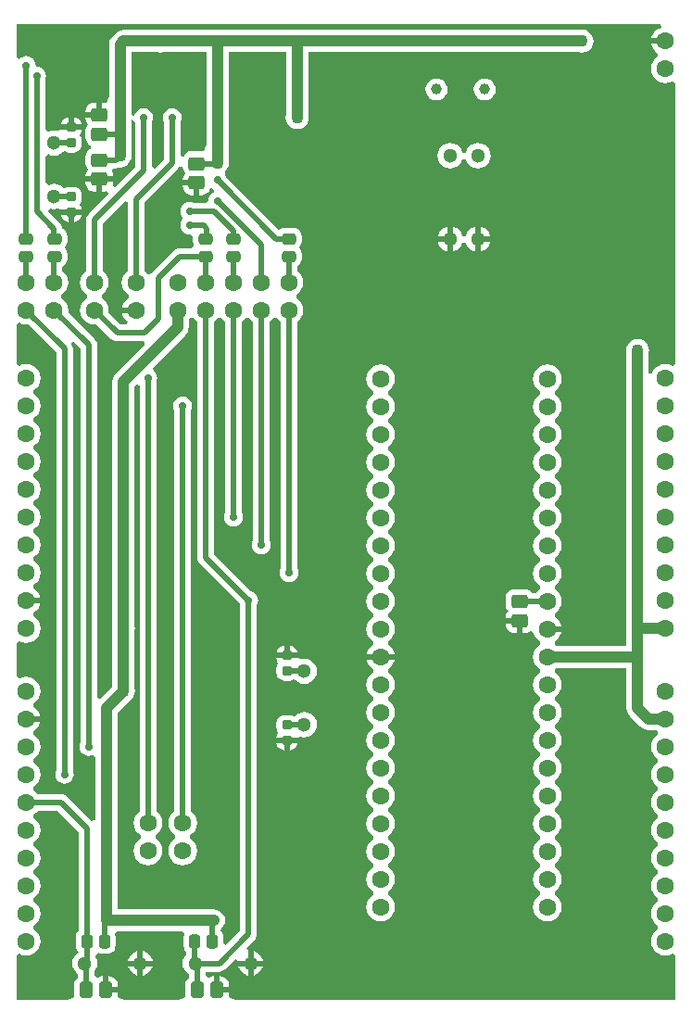
<source format=gbl>
%FSTAX43Y43*%
%MOMM*%
G71*
G01*
G75*
G04 Layer_Physical_Order=2*
G04 Layer_Color=255*
G04:AMPARAMS|DCode=10|XSize=1.3mm|YSize=1mm|CornerRadius=0.25mm|HoleSize=0mm|Usage=FLASHONLY|Rotation=270.000|XOffset=0mm|YOffset=0mm|HoleType=Round|Shape=RoundedRectangle|*
%AMROUNDEDRECTD10*
21,1,1.300,0.500,0,0,270.0*
21,1,0.800,1.000,0,0,270.0*
1,1,0.500,-0.250,-0.400*
1,1,0.500,-0.250,0.400*
1,1,0.500,0.250,0.400*
1,1,0.500,0.250,-0.400*
%
%ADD10ROUNDEDRECTD10*%
G04:AMPARAMS|DCode=11|XSize=1.5mm|YSize=1.3mm|CornerRadius=0.325mm|HoleSize=0mm|Usage=FLASHONLY|Rotation=270.000|XOffset=0mm|YOffset=0mm|HoleType=Round|Shape=RoundedRectangle|*
%AMROUNDEDRECTD11*
21,1,1.500,0.650,0,0,270.0*
21,1,0.850,1.300,0,0,270.0*
1,1,0.650,-0.325,-0.425*
1,1,0.650,-0.325,0.425*
1,1,0.650,0.325,0.425*
1,1,0.650,0.325,-0.425*
%
%ADD11ROUNDEDRECTD11*%
G04:AMPARAMS|DCode=12|XSize=1.9mm|YSize=0.5mm|CornerRadius=0.125mm|HoleSize=0mm|Usage=FLASHONLY|Rotation=0.000|XOffset=0mm|YOffset=0mm|HoleType=Round|Shape=RoundedRectangle|*
%AMROUNDEDRECTD12*
21,1,1.900,0.250,0,0,0.0*
21,1,1.650,0.500,0,0,0.0*
1,1,0.250,0.825,-0.125*
1,1,0.250,-0.825,-0.125*
1,1,0.250,-0.825,0.125*
1,1,0.250,0.825,0.125*
%
%ADD12ROUNDEDRECTD12*%
G04:AMPARAMS|DCode=13|XSize=1.9mm|YSize=0.5mm|CornerRadius=0.125mm|HoleSize=0mm|Usage=FLASHONLY|Rotation=90.000|XOffset=0mm|YOffset=0mm|HoleType=Round|Shape=RoundedRectangle|*
%AMROUNDEDRECTD13*
21,1,1.900,0.250,0,0,90.0*
21,1,1.650,0.500,0,0,90.0*
1,1,0.250,0.125,0.825*
1,1,0.250,0.125,-0.825*
1,1,0.250,-0.125,-0.825*
1,1,0.250,-0.125,0.825*
%
%ADD13ROUNDEDRECTD13*%
G04:AMPARAMS|DCode=14|XSize=1.3mm|YSize=1mm|CornerRadius=0.25mm|HoleSize=0mm|Usage=FLASHONLY|Rotation=180.000|XOffset=0mm|YOffset=0mm|HoleType=Round|Shape=RoundedRectangle|*
%AMROUNDEDRECTD14*
21,1,1.300,0.500,0,0,180.0*
21,1,0.800,1.000,0,0,180.0*
1,1,0.500,-0.400,0.250*
1,1,0.500,0.400,0.250*
1,1,0.500,0.400,-0.250*
1,1,0.500,-0.400,-0.250*
%
%ADD14ROUNDEDRECTD14*%
G04:AMPARAMS|DCode=15|XSize=1.5mm|YSize=1.3mm|CornerRadius=0.325mm|HoleSize=0mm|Usage=FLASHONLY|Rotation=0.000|XOffset=0mm|YOffset=0mm|HoleType=Round|Shape=RoundedRectangle|*
%AMROUNDEDRECTD15*
21,1,1.500,0.650,0,0,0.0*
21,1,0.850,1.300,0,0,0.0*
1,1,0.650,0.425,-0.325*
1,1,0.650,-0.425,-0.325*
1,1,0.650,-0.425,0.325*
1,1,0.650,0.425,0.325*
%
%ADD15ROUNDEDRECTD15*%
G04:AMPARAMS|DCode=16|XSize=2.65mm|YSize=1.75mm|CornerRadius=0.438mm|HoleSize=0mm|Usage=FLASHONLY|Rotation=270.000|XOffset=0mm|YOffset=0mm|HoleType=Round|Shape=RoundedRectangle|*
%AMROUNDEDRECTD16*
21,1,2.650,0.875,0,0,270.0*
21,1,1.775,1.750,0,0,270.0*
1,1,0.875,-0.438,-0.887*
1,1,0.875,-0.438,0.887*
1,1,0.875,0.438,0.887*
1,1,0.875,0.438,-0.887*
%
%ADD16ROUNDEDRECTD16*%
G04:AMPARAMS|DCode=17|XSize=0.9mm|YSize=2.7mm|CornerRadius=0.225mm|HoleSize=0mm|Usage=FLASHONLY|Rotation=270.000|XOffset=0mm|YOffset=0mm|HoleType=Round|Shape=RoundedRectangle|*
%AMROUNDEDRECTD17*
21,1,0.900,2.250,0,0,270.0*
21,1,0.450,2.700,0,0,270.0*
1,1,0.450,-1.125,-0.225*
1,1,0.450,-1.125,0.225*
1,1,0.450,1.125,0.225*
1,1,0.450,1.125,-0.225*
%
%ADD17ROUNDEDRECTD17*%
G04:AMPARAMS|DCode=18|XSize=1mm|YSize=2.8mm|CornerRadius=0.25mm|HoleSize=0mm|Usage=FLASHONLY|Rotation=270.000|XOffset=0mm|YOffset=0mm|HoleType=Round|Shape=RoundedRectangle|*
%AMROUNDEDRECTD18*
21,1,1.000,2.300,0,0,270.0*
21,1,0.500,2.800,0,0,270.0*
1,1,0.500,-1.150,-0.250*
1,1,0.500,-1.150,0.250*
1,1,0.500,1.150,0.250*
1,1,0.500,1.150,-0.250*
%
%ADD18ROUNDEDRECTD18*%
G04:AMPARAMS|DCode=19|XSize=1.5mm|YSize=1.25mm|CornerRadius=0.313mm|HoleSize=0mm|Usage=FLASHONLY|Rotation=0.000|XOffset=0mm|YOffset=0mm|HoleType=Round|Shape=RoundedRectangle|*
%AMROUNDEDRECTD19*
21,1,1.500,0.625,0,0,0.0*
21,1,0.875,1.250,0,0,0.0*
1,1,0.625,0.438,-0.313*
1,1,0.625,-0.438,-0.313*
1,1,0.625,-0.438,0.313*
1,1,0.625,0.438,0.313*
%
%ADD19ROUNDEDRECTD19*%
%ADD20O,0.500X2.250*%
G04:AMPARAMS|DCode=21|XSize=2.5mm|YSize=2mm|CornerRadius=0.5mm|HoleSize=0mm|Usage=FLASHONLY|Rotation=90.000|XOffset=0mm|YOffset=0mm|HoleType=Round|Shape=RoundedRectangle|*
%AMROUNDEDRECTD21*
21,1,2.500,1.000,0,0,90.0*
21,1,1.500,2.000,0,0,90.0*
1,1,1.000,0.500,0.750*
1,1,1.000,0.500,-0.750*
1,1,1.000,-0.500,-0.750*
1,1,1.000,-0.500,0.750*
%
%ADD21ROUNDEDRECTD21*%
%ADD22C,0.500*%
%ADD23C,1.000*%
%ADD24C,0.300*%
%ADD25C,1.600*%
%ADD26C,1.300*%
%ADD27C,1.000*%
%ADD28C,1.100*%
%ADD29C,0.700*%
G04:AMPARAMS|DCode=30|XSize=0.9mm|YSize=0.8mm|CornerRadius=0.2mm|HoleSize=0mm|Usage=FLASHONLY|Rotation=180.000|XOffset=0mm|YOffset=0mm|HoleType=Round|Shape=RoundedRectangle|*
%AMROUNDEDRECTD30*
21,1,0.900,0.400,0,0,180.0*
21,1,0.500,0.800,0,0,180.0*
1,1,0.400,-0.250,0.200*
1,1,0.400,0.250,0.200*
1,1,0.400,0.250,-0.200*
1,1,0.400,-0.250,-0.200*
%
%ADD30ROUNDEDRECTD30*%
G04:AMPARAMS|DCode=31|XSize=1.5mm|YSize=1.25mm|CornerRadius=0.313mm|HoleSize=0mm|Usage=FLASHONLY|Rotation=270.000|XOffset=0mm|YOffset=0mm|HoleType=Round|Shape=RoundedRectangle|*
%AMROUNDEDRECTD31*
21,1,1.500,0.625,0,0,270.0*
21,1,0.875,1.250,0,0,270.0*
1,1,0.625,-0.313,-0.438*
1,1,0.625,-0.313,0.438*
1,1,0.625,0.313,0.438*
1,1,0.625,0.313,-0.438*
%
%ADD31ROUNDEDRECTD31*%
G36*
X0023473Y0116716D02*
X0023812Y0116672D01*
X0024026Y01167D01*
X0026549Y0114177D01*
Y007596D01*
X0026477Y0075787D01*
X0026448Y0075565D01*
X0026477Y0075343D01*
X0026563Y0075136D01*
X0026699Y0074959D01*
X0026876Y0074823D01*
X0027083Y0074737D01*
X0027305Y0074708D01*
X0027527Y0074737D01*
X0027734Y0074823D01*
X0027911Y0074959D01*
X0028047Y0075136D01*
X0028133Y0075343D01*
X0028162Y0075565D01*
X0028133Y0075787D01*
X0028061Y007596D01*
Y011449D01*
X0028061Y0114491D01*
X0028039Y0114664D01*
X0028036Y0114686D01*
X002796Y0114869D01*
X0027916Y0114927D01*
X0028141Y0115124D01*
X0028771Y0114495D01*
Y00785D01*
X0028699Y0078327D01*
X002867Y0078105D01*
X0028699Y0077883D01*
X0028785Y0077676D01*
X0028921Y0077499D01*
X0029099Y0077363D01*
X0029306Y0077277D01*
X0029528Y0077248D01*
X0029749Y0077277D01*
X0029857Y0077321D01*
X0030106Y0077155D01*
Y0071451D01*
X0030035Y0071356D01*
X0029736Y0071334D01*
X002751Y007356D01*
X0027353Y007368D01*
X00273Y0073702D01*
X0027171Y0073756D01*
X0026975Y0073781D01*
X0024871D01*
X002474Y0073952D01*
X0024488Y0074145D01*
Y0074445D01*
X002474Y0074638D01*
X0024948Y0074909D01*
X0025079Y0075226D01*
X0025124Y0075565D01*
X0025079Y0075904D01*
X0024948Y0076221D01*
X002474Y0076492D01*
X0024488Y0076685D01*
Y0076985D01*
X002474Y0077178D01*
X0024948Y0077449D01*
X0025079Y0077766D01*
X0025124Y0078105D01*
X0025079Y0078444D01*
X0024948Y0078761D01*
X002474Y0079032D01*
X0024488Y0079225D01*
Y0079525D01*
X002474Y0079718D01*
X0024948Y0079989D01*
X0025079Y0080306D01*
X0025091Y0080395D01*
X0023812D01*
Y0080895D01*
X0025091D01*
X0025079Y0080984D01*
X0024948Y0081301D01*
X002474Y0081572D01*
X0024488Y0081765D01*
Y0082065D01*
X002474Y0082258D01*
X0024948Y0082529D01*
X0025079Y0082846D01*
X0025124Y0083185D01*
X0025079Y0083524D01*
X0024948Y0083841D01*
X002474Y0084112D01*
X0024468Y0084321D01*
X0024152Y0084452D01*
X0023812Y0084496D01*
X0023473Y0084452D01*
X0023166Y0084324D01*
X0022916Y0084491D01*
Y0087594D01*
X0023166Y0087761D01*
X0023473Y0087633D01*
X0023812Y0087589D01*
X0024152Y0087633D01*
X0024468Y0087764D01*
X002474Y0087973D01*
X0024948Y0088244D01*
X0025079Y0088561D01*
X0025124Y00889D01*
X0025079Y0089239D01*
X0024948Y0089556D01*
X002474Y0089827D01*
X0024488Y009002D01*
Y009032D01*
X002474Y0090513D01*
X0024948Y0090784D01*
X0025079Y0091101D01*
X0025091Y009119D01*
X0023812D01*
Y009169D01*
X0025091D01*
X0025079Y0091779D01*
X0024948Y0092096D01*
X002474Y0092367D01*
X0024488Y009256D01*
Y009286D01*
X002474Y0093053D01*
X0024948Y0093324D01*
X0025079Y0093641D01*
X0025124Y009398D01*
X0025079Y0094319D01*
X0024948Y0094636D01*
X002474Y0094907D01*
X0024488Y00951D01*
Y00954D01*
X002474Y0095593D01*
X0024948Y0095864D01*
X0025079Y0096181D01*
X0025124Y009652D01*
X0025079Y0096859D01*
X0024948Y0097176D01*
X002474Y0097447D01*
X0024488Y009764D01*
Y009794D01*
X002474Y0098133D01*
X0024948Y0098404D01*
X0025079Y0098721D01*
X0025124Y009906D01*
X0025079Y0099399D01*
X0024948Y0099716D01*
X002474Y0099987D01*
X0024488Y010018D01*
Y010048D01*
X002474Y0100673D01*
X0024948Y0100944D01*
X0025079Y0101261D01*
X0025124Y01016D01*
X0025079Y0101939D01*
X0024948Y0102256D01*
X002474Y0102527D01*
X0024488Y010272D01*
Y010302D01*
X002474Y0103213D01*
X0024948Y0103484D01*
X0025079Y0103801D01*
X0025124Y010414D01*
X0025079Y0104479D01*
X0024948Y0104796D01*
X002474Y0105067D01*
X0024488Y010526D01*
Y010556D01*
X002474Y0105753D01*
X0024948Y0106024D01*
X0025079Y0106341D01*
X0025124Y010668D01*
X0025079Y0107019D01*
X0024948Y0107336D01*
X002474Y0107607D01*
X0024488Y01078D01*
Y01081D01*
X002474Y0108293D01*
X0024948Y0108564D01*
X0025079Y0108881D01*
X0025124Y010922D01*
X0025079Y0109559D01*
X0024948Y0109876D01*
X002474Y0110147D01*
X0024488Y011034D01*
Y011064D01*
X002474Y0110833D01*
X0024948Y0111104D01*
X0025079Y0111421D01*
X0025124Y011176D01*
X0025079Y0112099D01*
X0024948Y0112416D01*
X002474Y0112687D01*
X0024468Y0112896D01*
X0024152Y0113027D01*
X0023812Y0113071D01*
X0023473Y0113027D01*
X0023166Y0112899D01*
X0022916Y0113066D01*
Y0116677D01*
X0023166Y0116844D01*
X0023473Y0116716D01*
D02*
G37*
G36*
X0033089Y012783D02*
Y0121581D01*
X0032918Y012145D01*
X003271Y0121179D01*
X0032579Y0120862D01*
X0032534Y0120523D01*
X0032579Y0120184D01*
X003271Y0119867D01*
X0032918Y0119596D01*
X003317Y0119403D01*
Y0119103D01*
X0032918Y011891D01*
X003271Y0118639D01*
X0032579Y0118322D01*
X0032567Y0118233D01*
X0033846D01*
Y0117733D01*
X0032567D01*
X0032579Y0117644D01*
X003271Y0117327D01*
X0032918Y0117056D01*
X0033085Y0116928D01*
X0032988Y0116644D01*
X0032444D01*
X0031319Y011777D01*
X0031347Y0117983D01*
X0031302Y0118322D01*
X0031171Y0118639D01*
X0030963Y011891D01*
X0030711Y0119103D01*
Y0119403D01*
X0030963Y0119596D01*
X0031171Y0119867D01*
X0031302Y0120184D01*
X0031347Y0120523D01*
X0031302Y0120862D01*
X0031171Y0121179D01*
X0030963Y012145D01*
X0030792Y0121581D01*
Y0125925D01*
X0032812Y0127945D01*
X0033089Y012783D01*
D02*
G37*
G36*
X0038113Y0131055D02*
X0038141Y0130843D01*
X0038223Y0130645D01*
X003834Y0130492D01*
X0038223Y013034D01*
X0038141Y0130142D01*
X0038113Y012993D01*
Y0129867D01*
X003937D01*
Y0129617D01*
X003962D01*
Y0128485D01*
X0039807D01*
X004002Y0128513D01*
X0040217Y0128595D01*
X0040387Y0128726D01*
X0040517Y0128895D01*
X0040599Y0129093D01*
X0040599Y0129093D01*
D01*
D01*
D01*
X004077Y0129108D01*
X0040991Y0128906D01*
Y0128873D01*
X0040966Y0128744D01*
X0040846Y0128695D01*
X0040669Y0128559D01*
X0040533Y0128381D01*
X0040447Y0128174D01*
X0040418Y0127952D01*
X0040246Y0127756D01*
X003913D01*
X0038957Y0127828D01*
X0038735Y0127857D01*
X0038513Y0127828D01*
X0038306Y0127742D01*
X0038129Y0127606D01*
X0037993Y0127429D01*
X0037907Y0127222D01*
X0037878Y0127D01*
X0037907Y0126778D01*
X0037993Y0126571D01*
X0038129Y0126394D01*
Y0126336D01*
X0037993Y0126159D01*
X0037907Y0125952D01*
X0037878Y012573D01*
X0037907Y0125508D01*
X0037993Y0125301D01*
X0038129Y0125124D01*
X0038306Y0124988D01*
X0038513Y0124902D01*
X0038735Y0124873D01*
X0038813Y0124883D01*
X0039039Y0124685D01*
Y0124248D01*
X0039065Y0124052D01*
X0039126Y0123904D01*
X0039065Y0123812D01*
X003886Y0123654D01*
X0037838D01*
X0037643Y0123629D01*
X003746Y0123553D01*
X0037392Y0123501D01*
X0037304Y0123433D01*
X0037304Y0123433D01*
X0035343Y0121472D01*
X0035222Y0121315D01*
X0035216Y0121299D01*
X0034918Y012126D01*
X0034773Y012145D01*
X0034602Y0121581D01*
Y012783D01*
X0037682Y013091D01*
X0037682Y013091D01*
X0037786Y0131045D01*
X0038084Y0131079D01*
X0038113Y0131055D01*
D02*
G37*
G36*
X0028606Y0070324D02*
Y0061282D01*
X0028578Y006126D01*
X0028457Y0061103D01*
X0028382Y0060921D01*
X0028356Y0060725D01*
Y0059925D01*
X0028382Y0059729D01*
X0028457Y0059547D01*
X0028578Y005939D01*
X0028606Y0059368D01*
X0028606Y0059368D01*
X0028567Y0059298D01*
X0028326Y0059113D01*
X0028142Y0058873D01*
X0028026Y0058593D01*
X0027987Y0058293D01*
X0028026Y0057993D01*
X0028142Y0057713D01*
X0028326Y0057473D01*
X0028531Y0057316D01*
Y0057001D01*
X0028396Y0056897D01*
X0028265Y0056727D01*
X0028183Y005653D01*
X0028155Y0056318D01*
Y0055443D01*
X0028183Y005523D01*
X0027588Y0054984D01*
X0022916D01*
Y0059019D01*
X0023166Y0059186D01*
X0023473Y0059058D01*
X0023812Y0059014D01*
X0024152Y0059058D01*
X0024468Y0059189D01*
X002474Y0059398D01*
X0024948Y0059669D01*
X0025079Y0059986D01*
X0025124Y0060325D01*
X0025079Y0060664D01*
X0024948Y0060981D01*
X002474Y0061252D01*
X0024488Y0061445D01*
Y0061745D01*
X002474Y0061938D01*
X0024948Y0062209D01*
X0025079Y0062526D01*
X0025124Y0062865D01*
X0025079Y0063204D01*
X0024948Y0063521D01*
X002474Y0063792D01*
X0024488Y0063985D01*
Y0064285D01*
X002474Y0064478D01*
X0024948Y0064749D01*
X0025079Y0065066D01*
X0025124Y0065405D01*
X0025079Y0065744D01*
X0024948Y0066061D01*
X002474Y0066332D01*
X0024488Y0066525D01*
Y0066825D01*
X002474Y0067018D01*
X0024948Y0067289D01*
X0025079Y0067606D01*
X0025124Y0067945D01*
X0025079Y0068284D01*
X0024948Y0068601D01*
X002474Y0068872D01*
X0024488Y0069065D01*
Y0069365D01*
X002474Y0069558D01*
X0024948Y0069829D01*
X0025079Y0070146D01*
X0025124Y0070485D01*
X0025079Y0070824D01*
X0024948Y0071141D01*
X002474Y0071412D01*
X0024488Y0071605D01*
Y0071905D01*
X002474Y0072098D01*
X0024871Y0072269D01*
X0026662D01*
X0028606Y0070324D01*
D02*
G37*
G36*
X0038245Y0060972D02*
X0038224Y0060921D01*
X0038199Y0060725D01*
Y0059925D01*
X0038224Y0059729D01*
X00383Y0059547D01*
X003842Y005939D01*
X0038449Y0059368D01*
X0038449Y0059368D01*
D01*
X0038423Y0059113D01*
X0038238Y0058873D01*
X0038123Y0058593D01*
X0038083Y0058293D01*
X0038123Y0057993D01*
X0038238Y0057713D01*
X0038423Y0057473D01*
X0038663Y0057288D01*
X0038691Y0057277D01*
Y0057001D01*
X0038556Y0056897D01*
X0038425Y0056727D01*
X0038343Y005653D01*
X0038315Y0056318D01*
Y0055443D01*
X0038343Y005523D01*
X0037748Y0054984D01*
X0032737D01*
X0032142Y005523D01*
X003217Y0055443D01*
Y005563D01*
X0031038D01*
Y005588D01*
X0030788D01*
Y0057137D01*
X0030725D01*
X0030513Y0057109D01*
X0030315Y0057027D01*
X0030313Y0057026D01*
X0030044Y0057158D01*
Y0057574D01*
X0030151Y0057713D01*
X0030267Y0057993D01*
X0030306Y0058293D01*
X0030267Y0058593D01*
X0030151Y0058873D01*
X0030119Y0058915D01*
Y0058989D01*
X0030276Y0059194D01*
X0030368Y0059256D01*
X0030517Y0059194D01*
X0030712Y0059169D01*
X0031212D01*
X0031408Y0059194D01*
X0031591Y005927D01*
X0031747Y005939D01*
X0031868Y0059547D01*
X0031943Y0059729D01*
X0031969Y0059925D01*
Y0060725D01*
X0031943Y0060921D01*
X0031922Y0060972D01*
X0032089Y0061221D01*
X0038079D01*
X0038245Y0060972D01*
D02*
G37*
G36*
X0039268Y0117056D02*
X0039439Y0116925D01*
Y0095377D01*
X0039465Y0095181D01*
X003954Y0094999D01*
X0039661Y0094842D01*
X0043318Y0091184D01*
X0043376Y0091045D01*
Y0061273D01*
X0042089Y0059986D01*
X0041811Y0060101D01*
Y0060725D01*
X0041786Y0060921D01*
X004171Y0061103D01*
X004159Y006126D01*
X0041561Y0061423D01*
X0041561Y0061423D01*
Y0061423D01*
X0041683Y0061517D01*
X0041843Y0061726D01*
X0041944Y0061969D01*
X0041979Y006223D01*
X0041944Y0062491D01*
X0041843Y0062734D01*
X0041683Y0062943D01*
X0041474Y0063104D01*
X0041231Y0063204D01*
X004097Y0063239D01*
X0032124D01*
Y008118D01*
X0033197Y0082253D01*
X0033232Y0082268D01*
X0033451Y0082436D01*
X003362Y0082655D01*
X0033725Y0082911D01*
X0033762Y0083185D01*
X0033725Y0083459D01*
X0033711Y0083494D01*
Y0088591D01*
X0033725Y0088626D01*
X0033762Y00889D01*
X0033725Y0089174D01*
X0033711Y0089209D01*
Y011101D01*
X0033961Y0111176D01*
X0034169Y011109D01*
Y0072178D01*
X0033998Y0072047D01*
X0033789Y0071776D01*
X0033658Y0071459D01*
X0033614Y007112D01*
X0033658Y0070781D01*
X0033789Y0070464D01*
X0033998Y0070193D01*
X0034249Y007D01*
Y00697D01*
X0033998Y0069507D01*
X0033789Y0069236D01*
X0033658Y0068919D01*
X0033614Y006858D01*
X0033658Y0068241D01*
X0033789Y0067924D01*
X0033998Y0067653D01*
X0034269Y0067444D01*
X0034586Y0067313D01*
X0034925Y0067269D01*
X0035264Y0067313D01*
X0035581Y0067444D01*
X0035852Y0067653D01*
X0036061Y0067924D01*
X0036192Y0068241D01*
X0036236Y006858D01*
X0036192Y0068919D01*
X0036061Y0069236D01*
X0035852Y0069507D01*
X0035601Y00697D01*
Y007D01*
X0035852Y0070193D01*
X0036061Y0070464D01*
X0036192Y0070781D01*
X0036236Y007112D01*
X0036192Y0071459D01*
X0036061Y0071776D01*
X0035852Y0072047D01*
X0035681Y0072178D01*
Y0111365D01*
X0035753Y0111538D01*
X0035782Y011176D01*
X0035753Y0111982D01*
X0035667Y0112189D01*
X0035531Y0112366D01*
X0035441Y0112436D01*
X0035421Y0112735D01*
X0038369Y0115682D01*
X0038529Y0115891D01*
X0038588Y0116034D01*
X003863Y0116134D01*
X0038664Y0116396D01*
Y0117162D01*
X0038776Y0117307D01*
X0039076D01*
X0039268Y0117056D01*
D02*
G37*
G36*
X0040266Y0133067D02*
X004002Y0132472D01*
X0039807Y01325D01*
X0038932D01*
X003872Y0132472D01*
X0038523Y013239D01*
X0038353Y0132259D01*
X0038223Y013209D01*
X0038198Y013203D01*
X0037904Y0132089D01*
Y0135178D01*
X0037976Y0135351D01*
X0038005Y0135572D01*
X0037976Y0135794D01*
X003789Y0136001D01*
X0037754Y0136179D01*
X0037576Y0136315D01*
X0037369Y0136401D01*
X0037147Y013643D01*
X0036926Y0136401D01*
X0036719Y0136315D01*
X0036541Y0136179D01*
X0036405Y0136001D01*
X0036319Y0135794D01*
X003629Y0135572D01*
X0036319Y0135351D01*
X0036391Y0135178D01*
Y0131758D01*
X0035559Y0130926D01*
X0035281Y0131041D01*
Y0135178D01*
X0035353Y0135351D01*
X0035382Y0135572D01*
X0035353Y0135794D01*
X0035267Y0136001D01*
X0035131Y0136179D01*
X0034954Y0136315D01*
X0034747Y0136401D01*
X0034525Y013643D01*
X0034303Y0136401D01*
X0034096Y0136315D01*
X0033919Y0136179D01*
X0033783Y0136001D01*
X0033697Y0135794D01*
X0033693Y0135765D01*
X0033394Y0135784D01*
Y0141549D01*
X0035734D01*
X0035768Y0141535D01*
X0036042Y0141498D01*
X0036317Y0141535D01*
X0036351Y0141549D01*
X0040266D01*
Y0133067D01*
D02*
G37*
G36*
X0081822Y0143795D02*
X0081577Y0143693D01*
X0081305Y0143485D01*
X0081097Y0143213D01*
X0080966Y0142897D01*
X0080954Y0142807D01*
X0082232D01*
Y0142307D01*
X0080954D01*
X0080966Y0142218D01*
X0081097Y0141902D01*
X0081305Y014163D01*
X0081557Y0141438D01*
Y0141137D01*
X0081305Y0140945D01*
X0081097Y0140673D01*
X0080966Y0140357D01*
X0080921Y0140018D01*
X0080966Y0139678D01*
X0081097Y0139362D01*
X0081305Y013909D01*
X0081577Y0138882D01*
X0081893Y0138751D01*
X0082232Y0138706D01*
X0082572Y0138751D01*
X0082879Y0138878D01*
X0083129Y0138712D01*
Y0113066D01*
X0082879Y0112899D01*
X0082572Y0113027D01*
X0082232Y0113071D01*
X0081893Y0113027D01*
X0081577Y0112896D01*
X0081305Y0112687D01*
X0081097Y0112416D01*
X0080995Y011217D01*
X0080701Y0112229D01*
Y0113991D01*
X0080715Y0114026D01*
X0080752Y01143D01*
X0080715Y0114574D01*
X008061Y011483D01*
X0080441Y0115049D01*
X0080222Y0115217D01*
X0079967Y0115323D01*
X0079692Y0115359D01*
X0079418Y0115323D01*
X0079163Y0115217D01*
X0078944Y0115049D01*
X0078775Y011483D01*
X007867Y0114574D01*
X0078633Y01143D01*
X007867Y0114026D01*
X0078684Y0113991D01*
Y00889D01*
X0078684Y00889D01*
X0078684D01*
Y0087321D01*
X0072259D01*
X0072113Y0087433D01*
Y0087732D01*
X0072365Y0087925D01*
X0072573Y0088197D01*
X0072704Y0088513D01*
X0072716Y0088603D01*
X0071438D01*
Y0089103D01*
X0072716D01*
X0072704Y0089192D01*
X0072573Y0089508D01*
X0072365Y008978D01*
X0072113Y0089973D01*
Y0090272D01*
X0072365Y0090465D01*
X0072573Y0090737D01*
X0072704Y0091053D01*
X0072749Y0091393D01*
X0072704Y0091732D01*
X0072573Y0092048D01*
X0072365Y009232D01*
X0072113Y0092512D01*
Y0092812D01*
X0072365Y0093005D01*
X0072573Y0093277D01*
X0072704Y0093593D01*
X0072749Y0093933D01*
X0072704Y0094272D01*
X0072573Y0094588D01*
X0072365Y009486D01*
X0072113Y0095052D01*
Y0095353D01*
X0072365Y0095545D01*
X0072573Y0095817D01*
X0072704Y0096133D01*
X0072749Y0096473D01*
X0072704Y0096812D01*
X0072573Y0097128D01*
X0072365Y00974D01*
X0072113Y0097592D01*
Y0097893D01*
X0072365Y0098085D01*
X0072573Y0098357D01*
X0072704Y0098673D01*
X0072749Y0099012D01*
X0072704Y0099352D01*
X0072573Y0099668D01*
X0072365Y009994D01*
X0072113Y0100132D01*
Y0100433D01*
X0072365Y0100625D01*
X0072573Y0100897D01*
X0072704Y0101213D01*
X0072749Y0101552D01*
X0072704Y0101892D01*
X0072573Y0102208D01*
X0072365Y010248D01*
X0072113Y0102673D01*
Y0102973D01*
X0072365Y0103165D01*
X0072573Y0103437D01*
X0072704Y0103753D01*
X0072749Y0104092D01*
X0072704Y0104432D01*
X0072573Y0104748D01*
X0072365Y010502D01*
X0072113Y0105213D01*
Y0105512D01*
X0072365Y0105705D01*
X0072573Y0105977D01*
X0072704Y0106293D01*
X0072749Y0106632D01*
X0072704Y0106972D01*
X0072573Y0107288D01*
X0072365Y010756D01*
X0072113Y0107753D01*
Y0108052D01*
X0072365Y0108245D01*
X0072573Y0108517D01*
X0072704Y0108833D01*
X0072749Y0109173D01*
X0072704Y0109512D01*
X0072573Y0109828D01*
X0072365Y01101D01*
X0072113Y0110293D01*
Y0110592D01*
X0072365Y0110785D01*
X0072573Y0111057D01*
X0072704Y0111373D01*
X0072749Y0111713D01*
X0072704Y0112052D01*
X0072573Y0112368D01*
X0072365Y011264D01*
X0072093Y0112848D01*
X0071777Y0112979D01*
X0071438Y0113024D01*
X0071098Y0112979D01*
X0070782Y0112848D01*
X007051Y011264D01*
X0070302Y0112368D01*
X0070171Y0112052D01*
X0070126Y0111713D01*
X0070171Y0111373D01*
X0070302Y0111057D01*
X007051Y0110785D01*
X0070762Y0110592D01*
Y0110293D01*
X007051Y01101D01*
X0070302Y0109828D01*
X0070171Y0109512D01*
X0070126Y0109173D01*
X0070171Y0108833D01*
X0070302Y0108517D01*
X007051Y0108245D01*
X0070762Y0108052D01*
Y0107753D01*
X007051Y010756D01*
X0070302Y0107288D01*
X0070171Y0106972D01*
X0070126Y0106632D01*
X0070171Y0106293D01*
X0070302Y0105977D01*
X007051Y0105705D01*
X0070762Y0105512D01*
Y0105213D01*
X007051Y010502D01*
X0070302Y0104748D01*
X0070171Y0104432D01*
X0070126Y0104092D01*
X0070171Y0103753D01*
X0070302Y0103437D01*
X007051Y0103165D01*
X0070762Y0102973D01*
Y0102673D01*
X007051Y010248D01*
X0070302Y0102208D01*
X0070171Y0101892D01*
X0070126Y0101552D01*
X0070171Y0101213D01*
X0070302Y0100897D01*
X007051Y0100625D01*
X0070762Y0100433D01*
Y0100132D01*
X007051Y009994D01*
X0070302Y0099668D01*
X0070171Y0099352D01*
X0070126Y0099012D01*
X0070171Y0098673D01*
X0070302Y0098357D01*
X007051Y0098085D01*
X0070762Y0097893D01*
Y0097592D01*
X007051Y00974D01*
X0070302Y0097128D01*
X0070171Y0096812D01*
X0070126Y0096473D01*
X0070171Y0096133D01*
X0070302Y0095817D01*
X007051Y0095545D01*
X0070762Y0095353D01*
Y0095052D01*
X007051Y009486D01*
X0070302Y0094588D01*
X0070171Y0094272D01*
X0070126Y0093933D01*
X0070171Y0093593D01*
X0070302Y0093277D01*
X007051Y0093005D01*
X0070762Y0092812D01*
Y0092512D01*
X007051Y009232D01*
X0070379Y0092149D01*
X0069995D01*
X0069914Y0092254D01*
X0069745Y0092385D01*
X0069547Y0092467D01*
X0069335Y0092495D01*
X006846D01*
X0068248Y0092467D01*
X006805Y0092385D01*
X0067881Y0092254D01*
X006775Y0092085D01*
X0067668Y0091887D01*
X006764Y0091675D01*
Y009105D01*
X0067668Y0090838D01*
X006775Y009064D01*
X0067867Y0090488D01*
X006775Y0090335D01*
X0067668Y0090137D01*
X006764Y0089925D01*
Y0089863D01*
X0068897D01*
Y0089613D01*
X0069147D01*
Y008848D01*
X0069335D01*
X0069547Y0088508D01*
X0069745Y008859D01*
X0069885Y0088698D01*
X0070014Y0088644D01*
X0070169Y0088525D01*
X0070171Y0088513D01*
X0070302Y0088197D01*
X007051Y0087925D01*
X0070762Y0087732D01*
Y0087433D01*
X007051Y008724D01*
X0070302Y0086968D01*
X0070171Y0086652D01*
X0070126Y0086312D01*
X0070171Y0085973D01*
X0070302Y0085657D01*
X007051Y0085385D01*
X0070762Y0085192D01*
Y0084893D01*
X007051Y00847D01*
X0070302Y0084428D01*
X0070171Y0084112D01*
X0070126Y0083772D01*
X0070171Y0083433D01*
X0070302Y0083117D01*
X007051Y0082845D01*
X0070762Y0082652D01*
Y0082353D01*
X007051Y008216D01*
X0070302Y0081888D01*
X0070171Y0081572D01*
X0070126Y0081232D01*
X0070171Y0080893D01*
X0070302Y0080577D01*
X007051Y0080305D01*
X0070762Y0080113D01*
Y0079812D01*
X007051Y007962D01*
X0070302Y0079348D01*
X0070171Y0079032D01*
X0070126Y0078692D01*
X0070171Y0078353D01*
X0070302Y0078037D01*
X007051Y0077765D01*
X0070762Y0077573D01*
Y0077272D01*
X007051Y007708D01*
X0070302Y0076808D01*
X0070171Y0076492D01*
X0070126Y0076152D01*
X0070171Y0075813D01*
X0070302Y0075497D01*
X007051Y0075225D01*
X0070762Y0075033D01*
Y0074732D01*
X007051Y007454D01*
X0070302Y0074268D01*
X0070171Y0073952D01*
X0070126Y0073613D01*
X0070171Y0073273D01*
X0070302Y0072957D01*
X007051Y0072685D01*
X0070762Y0072493D01*
Y0072192D01*
X007051Y0072D01*
X0070302Y0071728D01*
X0070171Y0071412D01*
X0070126Y0071073D01*
X0070171Y0070733D01*
X0070302Y0070417D01*
X007051Y0070145D01*
X0070762Y0069952D01*
Y0069652D01*
X007051Y006946D01*
X0070302Y0069188D01*
X0070171Y0068872D01*
X0070126Y0068533D01*
X0070171Y0068193D01*
X0070302Y0067877D01*
X007051Y0067605D01*
X0070762Y0067412D01*
Y0067113D01*
X007051Y006692D01*
X0070302Y0066648D01*
X0070171Y0066332D01*
X0070126Y0065993D01*
X0070171Y0065653D01*
X0070302Y0065337D01*
X007051Y0065065D01*
X0070762Y0064872D01*
Y0064573D01*
X007051Y006438D01*
X0070302Y0064108D01*
X0070171Y0063792D01*
X0070126Y0063452D01*
X0070171Y0063113D01*
X0070302Y0062797D01*
X007051Y0062525D01*
X0070782Y0062317D01*
X0071098Y0062186D01*
X0071438Y0062141D01*
X0071777Y0062186D01*
X0072093Y0062317D01*
X0072365Y0062525D01*
X0072573Y0062797D01*
X0072704Y0063113D01*
X0072749Y0063452D01*
X0072704Y0063792D01*
X0072573Y0064108D01*
X0072365Y006438D01*
X0072113Y0064573D01*
Y0064872D01*
X0072365Y0065065D01*
X0072573Y0065337D01*
X0072704Y0065653D01*
X0072749Y0065993D01*
X0072704Y0066332D01*
X0072573Y0066648D01*
X0072365Y006692D01*
X0072113Y0067113D01*
Y0067412D01*
X0072365Y0067605D01*
X0072573Y0067877D01*
X0072704Y0068193D01*
X0072749Y0068533D01*
X0072704Y0068872D01*
X0072573Y0069188D01*
X0072365Y006946D01*
X0072113Y0069652D01*
Y0069952D01*
X0072365Y0070145D01*
X0072573Y0070417D01*
X0072704Y0070733D01*
X0072749Y0071073D01*
X0072704Y0071412D01*
X0072573Y0071728D01*
X0072365Y0072D01*
X0072113Y0072192D01*
Y0072493D01*
X0072365Y0072685D01*
X0072573Y0072957D01*
X0072704Y0073273D01*
X0072749Y0073613D01*
X0072704Y0073952D01*
X0072573Y0074268D01*
X0072365Y007454D01*
X0072113Y0074732D01*
Y0075033D01*
X0072365Y0075225D01*
X0072573Y0075497D01*
X0072704Y0075813D01*
X0072749Y0076152D01*
X0072704Y0076492D01*
X0072573Y0076808D01*
X0072365Y007708D01*
X0072113Y0077272D01*
Y0077573D01*
X0072365Y0077765D01*
X0072573Y0078037D01*
X0072704Y0078353D01*
X0072749Y0078692D01*
X0072704Y0079032D01*
X0072573Y0079348D01*
X0072365Y007962D01*
X0072113Y0079812D01*
Y0080113D01*
X0072365Y0080305D01*
X0072573Y0080577D01*
X0072704Y0080893D01*
X0072749Y0081232D01*
X0072704Y0081572D01*
X0072573Y0081888D01*
X0072365Y008216D01*
X0072113Y0082353D01*
Y0082652D01*
X0072365Y0082845D01*
X0072573Y0083117D01*
X0072704Y0083433D01*
X0072749Y0083772D01*
X0072704Y0084112D01*
X0072573Y0084428D01*
X0072365Y00847D01*
X0072113Y0084893D01*
Y0085192D01*
X0072259Y0085304D01*
X0078684D01*
Y0081598D01*
X0078718Y0081336D01*
X0078819Y0081093D01*
X0078979Y0080884D01*
X0079932Y0079932D01*
X0080141Y0079771D01*
X0080384Y0079671D01*
X0080645Y0079636D01*
X0081411D01*
X0081557Y0079525D01*
Y0079225D01*
X0081305Y0079032D01*
X0081097Y0078761D01*
X0080966Y0078444D01*
X0080921Y0078105D01*
X0080966Y0077766D01*
X0081097Y0077449D01*
X0081305Y0077178D01*
X0081557Y0076985D01*
Y0076685D01*
X0081305Y0076492D01*
X0081097Y0076221D01*
X0080966Y0075904D01*
X0080921Y0075565D01*
X0080966Y0075226D01*
X0081097Y0074909D01*
X0081305Y0074638D01*
X0081557Y0074445D01*
Y0074145D01*
X0081305Y0073952D01*
X0081097Y0073681D01*
X0080966Y0073364D01*
X0080921Y0073025D01*
X0080966Y0072686D01*
X0081097Y0072369D01*
X0081305Y0072098D01*
X0081557Y0071905D01*
Y0071605D01*
X0081305Y0071412D01*
X0081097Y0071141D01*
X0080966Y0070824D01*
X0080921Y0070485D01*
X0080966Y0070146D01*
X0081097Y0069829D01*
X0081305Y0069558D01*
X0081557Y0069365D01*
Y0069065D01*
X0081305Y0068872D01*
X0081097Y0068601D01*
X0080966Y0068284D01*
X0080921Y0067945D01*
X0080966Y0067606D01*
X0081097Y0067289D01*
X0081305Y0067018D01*
X0081557Y0066825D01*
Y0066525D01*
X0081305Y0066332D01*
X0081097Y0066061D01*
X0080966Y0065744D01*
X0080921Y0065405D01*
X0080966Y0065066D01*
X0081097Y0064749D01*
X0081305Y0064478D01*
X0081557Y0064285D01*
Y0063985D01*
X0081305Y0063792D01*
X0081097Y0063521D01*
X0080966Y0063204D01*
X0080921Y0062865D01*
X0080966Y0062526D01*
X0081097Y0062209D01*
X0081305Y0061938D01*
X0081557Y0061745D01*
Y0061445D01*
X0081305Y0061252D01*
X0081097Y0060981D01*
X0080966Y0060664D01*
X0080921Y0060325D01*
X0080966Y0059986D01*
X0081097Y0059669D01*
X0081305Y0059398D01*
X0081577Y0059189D01*
X0081893Y0059058D01*
X0082232Y0059014D01*
X0082572Y0059058D01*
X0082879Y0059186D01*
X0083129Y0059019D01*
Y0054984D01*
X0042897D01*
X0042302Y005523D01*
X004233Y0055443D01*
Y005563D01*
X0041197D01*
Y005588D01*
X0040947D01*
Y0057137D01*
X0040885D01*
X0040673Y0057109D01*
X0040475Y0057027D01*
X0040473Y0057026D01*
X0040204Y0057158D01*
Y0057537D01*
X0041465D01*
X0041661Y0057562D01*
X0041844Y0057638D01*
X0042Y0057758D01*
X0042928Y0058686D01*
X0043197Y0058553D01*
X0043196Y0058543D01*
X0044073D01*
Y005942D01*
X0044063Y0059419D01*
X004393Y0059688D01*
X0044667Y0060425D01*
X0044667Y0060425D01*
X0044788Y0060582D01*
X0044863Y0060764D01*
X0044889Y006096D01*
Y0091045D01*
X0044961Y0091218D01*
X004499Y009144D01*
X0044961Y0091662D01*
X0044875Y0091869D01*
X0044739Y0092046D01*
X0044561Y0092182D01*
X0044388Y0092254D01*
X0040952Y009569D01*
Y0116925D01*
X0041123Y0117056D01*
X0041315Y0117307D01*
X0041616D01*
X0041808Y0117056D01*
X0041979Y0116925D01*
Y0099455D01*
X0041907Y0099282D01*
X0041878Y009906D01*
X0041907Y0098838D01*
X0041993Y0098631D01*
X0042129Y0098454D01*
X0042307Y0098318D01*
X0042514Y0098232D01*
X0042736Y0098203D01*
X0042957Y0098232D01*
X0043164Y0098318D01*
X0043342Y0098454D01*
X0043478Y0098631D01*
X0043564Y0098838D01*
X0043593Y009906D01*
X0043564Y0099282D01*
X0043492Y0099455D01*
Y0116925D01*
X0043663Y0117056D01*
X0043855Y0117307D01*
X0044155D01*
X0044348Y0117056D01*
X0044519Y0116925D01*
Y0096915D01*
X0044447Y0096742D01*
X0044418Y009652D01*
X0044447Y0096298D01*
X0044533Y0096091D01*
X0044669Y0095914D01*
X0044847Y0095778D01*
X0045054Y0095692D01*
X0045276Y0095663D01*
X0045497Y0095692D01*
X0045704Y0095778D01*
X0045882Y0095914D01*
X0046018Y0096091D01*
X0046104Y0096298D01*
X0046133Y009652D01*
X0046104Y0096742D01*
X0046032Y0096915D01*
Y0116925D01*
X0046203Y0117056D01*
X0046396Y0117307D01*
X0046695D01*
X0046888Y0117056D01*
X0047059Y0116925D01*
Y0094375D01*
X0046987Y0094202D01*
X0046958Y009398D01*
X0046987Y0093758D01*
X0047073Y0093551D01*
X0047209Y0093374D01*
X0047387Y0093238D01*
X0047594Y0093152D01*
X0047815Y0093123D01*
X0048037Y0093152D01*
X0048244Y0093238D01*
X0048422Y0093374D01*
X0048558Y0093551D01*
X0048644Y0093758D01*
X0048673Y009398D01*
X0048644Y0094202D01*
X0048572Y0094375D01*
Y0116925D01*
X0048743Y0117056D01*
X0048951Y0117327D01*
X0049082Y0117644D01*
X0049127Y0117983D01*
X0049082Y0118322D01*
X0048951Y0118639D01*
X0048743Y011891D01*
X0048491Y0119103D01*
Y0119403D01*
X0048743Y0119596D01*
X0048951Y0119867D01*
X0049082Y0120184D01*
X0049127Y0120523D01*
X0049082Y0120862D01*
X0048951Y0121179D01*
X0048743Y012145D01*
X0048572Y0121581D01*
Y0121984D01*
X0048594Y0121993D01*
X004875Y0122113D01*
X0048871Y012227D01*
X0048946Y0122452D01*
X0048972Y0122648D01*
Y0123148D01*
X0048946Y0123344D01*
X0048871Y0123526D01*
X004875Y0123683D01*
Y0123713D01*
X0048871Y012387D01*
X0048946Y0124052D01*
X0048972Y0124248D01*
Y0124748D01*
X0048946Y0124944D01*
X0048871Y0125126D01*
X004875Y0125283D01*
X0048594Y0125403D01*
X0048411Y0125479D01*
X0048215Y0125504D01*
X0047416D01*
X004722Y0125479D01*
X0047037Y0125403D01*
X0046903Y01253D01*
X0042089Y0130113D01*
X0042017Y0130286D01*
X0041951Y0130373D01*
X004199Y013067D01*
X0042024Y0130696D01*
X0042192Y0130915D01*
X0042298Y0131171D01*
X0042334Y0131445D01*
X0042298Y0131719D01*
X0042284Y0131754D01*
Y0141549D01*
X0047569D01*
Y0135881D01*
X0047555Y0135847D01*
X0047518Y0135572D01*
X0047555Y0135298D01*
X004766Y0135043D01*
X0047829Y0134824D01*
X0048048Y0134655D01*
X0048303Y013455D01*
X0048577Y0134513D01*
X0048852Y013455D01*
X0049107Y0134655D01*
X0049326Y0134824D01*
X0049495Y0135043D01*
X00496Y0135298D01*
X0049637Y0135572D01*
X00496Y0135847D01*
X0049586Y0135881D01*
Y0141549D01*
X0074304D01*
X0074338Y0141535D01*
X0074613Y0141498D01*
X0074887Y0141535D01*
X0075142Y014164D01*
X0075361Y0141809D01*
X007553Y0142028D01*
X0075635Y0142283D01*
X0075672Y0142557D01*
X0075635Y0142832D01*
X007553Y0143087D01*
X0075361Y0143306D01*
X0075142Y0143475D01*
X0074887Y014358D01*
X0074613Y0143617D01*
X0074338Y014358D01*
X0074304Y0143566D01*
X0036351D01*
X0036317Y014358D01*
X0036042Y0143617D01*
X0035768Y014358D01*
X0035734Y0143566D01*
X0032702D01*
X0032441Y0143532D01*
X0032198Y0143431D01*
X0031989Y0143271D01*
X0031672Y0142953D01*
X0031511Y0142744D01*
X0031411Y0142501D01*
X0031376Y014224D01*
X0031376Y014224D01*
X0031376D01*
X0031376Y014224D01*
X0031376D01*
Y0137512D01*
X003113Y0136917D01*
X0030917Y0136945D01*
X003073D01*
Y0135812D01*
X003048D01*
Y0135562D01*
X0029223D01*
Y01355D01*
X0029251Y0135288D01*
X0029333Y013509D01*
X002945Y0134938D01*
X0029333Y0134785D01*
X0029251Y0134587D01*
X0029223Y0134375D01*
Y013375D01*
X0029251Y0133538D01*
X0029333Y013334D01*
X0029463Y0133171D01*
X0029633Y013304D01*
X0029673Y0133024D01*
Y0132724D01*
X0029633Y0132707D01*
X0029463Y0132577D01*
X0029333Y0132407D01*
X0029251Y013221D01*
X0029223Y0131997D01*
Y0131372D01*
X0029251Y013116D01*
X0029333Y0130963D01*
X002945Y013081D01*
X0029333Y0130657D01*
X0029251Y013046D01*
X0029223Y0130247D01*
Y0130185D01*
X0031737D01*
Y0130247D01*
X0031709Y013046D01*
X0031627Y0130657D01*
X0031626Y0130659D01*
X0031758Y0130929D01*
X003199D01*
X0032186Y0130954D01*
X0032356Y0131025D01*
X0032385Y0131021D01*
X0032659Y0131057D01*
X0032915Y0131163D01*
X0033134Y0131331D01*
X0033302Y013155D01*
X0033408Y0131806D01*
X0033444Y013208D01*
X0033408Y0132354D01*
X0033394Y0132389D01*
Y0133359D01*
X0033408Y0133393D01*
X0033444Y0133667D01*
X0033408Y0133942D01*
X0033394Y0133976D01*
Y0135361D01*
X003355Y0135371D01*
X0033769Y0135166D01*
Y0131041D01*
X0031949Y0129222D01*
X00317Y0129388D01*
X0031709Y012941D01*
X0031737Y0129622D01*
Y0129685D01*
X003073D01*
Y0128803D01*
X0030917D01*
X003113Y0128831D01*
X0031152Y012884D01*
X0031318Y0128591D01*
X0029501Y0126773D01*
X002938Y0126616D01*
X0029305Y0126434D01*
X0029279Y0126238D01*
Y0121581D01*
X0029108Y012145D01*
X00289Y0121179D01*
X0028769Y0120862D01*
X0028724Y0120523D01*
X0028769Y0120184D01*
X00289Y0119867D01*
X0029108Y0119596D01*
X002936Y0119403D01*
Y0119103D01*
X0029108Y011891D01*
X00289Y0118639D01*
X0028769Y0118322D01*
X0028724Y0117983D01*
X0028769Y0117644D01*
X00289Y0117327D01*
X0029108Y0117056D01*
X002938Y0116847D01*
X0029696Y0116716D01*
X0030035Y0116672D01*
X0030249Y01167D01*
X0031596Y0115353D01*
X0031753Y0115232D01*
X0031935Y0115157D01*
X0032131Y0115131D01*
X0034573D01*
X0034624Y0115008D01*
X0034649Y0114815D01*
X0031989Y0112156D01*
X0031829Y0111947D01*
X0031728Y0111704D01*
X0031694Y0111442D01*
Y0089209D01*
X003168Y0089174D01*
X0031643Y00889D01*
X003168Y0088626D01*
X0031694Y0088591D01*
Y0083603D01*
X0030561Y008247D01*
X0030284Y0082585D01*
Y0114808D01*
X0030284Y0114808D01*
X0030271Y0114906D01*
X0030258Y0115004D01*
X0030205Y0115133D01*
X0030183Y0115186D01*
X0030062Y0115343D01*
X0027636Y011777D01*
X0027664Y0117983D01*
X0027619Y0118322D01*
X0027488Y0118639D01*
X002728Y011891D01*
X0027029Y0119103D01*
Y0119403D01*
X002728Y0119596D01*
X0027489Y0119867D01*
X002762Y0120184D01*
X0027664Y0120523D01*
X002762Y0120862D01*
X0027489Y0121179D01*
X002728Y012145D01*
X0027109Y0121582D01*
Y0121964D01*
X0027178Y0121993D01*
X0027335Y0122113D01*
X0027455Y012227D01*
X0027531Y0122452D01*
X0027556Y0122648D01*
Y0123148D01*
X0027531Y0123344D01*
X0027455Y0123526D01*
X0027335Y0123683D01*
Y0123713D01*
X0027455Y012387D01*
X0027531Y0124052D01*
X0027556Y0124248D01*
Y0124748D01*
X0027531Y0124944D01*
X0027455Y0125126D01*
X0027335Y0125283D01*
X0027178Y0125403D01*
X0027106Y0125433D01*
X0027083Y0125608D01*
X0027008Y0125791D01*
X0026887Y0125947D01*
X0026887Y0125947D01*
X0025799Y0127036D01*
X0025965Y0127286D01*
X0026052Y012725D01*
X0026353Y012721D01*
X0026653Y012725D01*
X0026735Y0127283D01*
X0026882Y0127185D01*
X0028889D01*
X0028872Y0127318D01*
X0028801Y0127488D01*
X0028689Y0127634D01*
X0028801Y0127782D01*
D01*
X0028801Y0127782D01*
X0028801D01*
X0028872Y0127952D01*
X0028896Y0128135D01*
Y0128535D01*
X0028872Y0128718D01*
X0028801Y0128888D01*
X0028689Y0129034D01*
X0028543Y0129146D01*
X0028373Y0129217D01*
X002819Y0129241D01*
X002769D01*
X0027507Y0129217D01*
X0027337Y0129146D01*
X0027311Y0129126D01*
X0027222D01*
X0027173Y012919D01*
X0026932Y0129375D01*
X0026653Y012949D01*
X0026353Y012953D01*
X0026052Y012949D01*
X0025773Y0129375D01*
X0025521Y0129702D01*
Y0131918D01*
X0025773Y0132245D01*
X0026052Y013213D01*
X0026353Y013209D01*
X0026653Y013213D01*
X0026932Y0132245D01*
X0027173Y013243D01*
X0027222Y0132494D01*
X0027311D01*
X0027337Y0132474D01*
X0027507Y0132403D01*
X002769Y0132379D01*
X002819D01*
X0028373Y0132403D01*
X0028543Y0132474D01*
X0028689Y0132586D01*
X0028801Y0132732D01*
X0028872Y0132902D01*
X0028896Y0133085D01*
Y0133485D01*
X0028872Y0133668D01*
X0028801Y0133838D01*
X0028801D01*
X0028801Y0133838D01*
D01*
X0028689Y0133986D01*
X0028689D01*
X0028689Y0133986D01*
X0028801Y0134132D01*
X0028872Y0134302D01*
X0028889Y0134435D01*
X0026882D01*
X0026735Y0134337D01*
X0026653Y013437D01*
X0026353Y013441D01*
X0026052Y013437D01*
X0025773Y0134255D01*
X0025521Y0134582D01*
Y0138988D01*
X0025593Y0139161D01*
X0025622Y0139383D01*
X0025593Y0139604D01*
X0025507Y0139811D01*
X0025371Y0139989D01*
X0025194Y0140125D01*
X0024987Y0140211D01*
X0024765Y014024D01*
X002467Y0140335D01*
X0024641Y0140557D01*
X0024555Y0140764D01*
X0024419Y0140941D01*
X0024241Y0141077D01*
X0024034Y0141163D01*
X0023812Y0141192D01*
X0023591Y0141163D01*
X0023384Y0141077D01*
X0023206Y0140941D01*
X00232Y0140933D01*
X0022916Y014103D01*
Y0144089D01*
X0081764D01*
X0081822Y0143795D01*
D02*
G37*
%LPC*%
G36*
X00657Y0139151D02*
X0065439Y0139117D01*
X0065196Y0139016D01*
X0064987Y0138856D01*
X0064826Y0138647D01*
X0064726Y0138404D01*
X0064691Y0138143D01*
X0064726Y0137881D01*
X0064826Y0137638D01*
X0064987Y0137429D01*
X0065196Y0137269D01*
X0065439Y0137168D01*
X00657Y0137134D01*
X0065961Y0137168D01*
X0066204Y0137269D01*
X0066413Y0137429D01*
X0066574Y0137638D01*
X0066674Y0137881D01*
X0066709Y0138143D01*
X0066674Y0138404D01*
X0066574Y0138647D01*
X0066413Y0138856D01*
X0066204Y0139016D01*
X0065961Y0139117D01*
X00657Y0139151D01*
D02*
G37*
G36*
X0057476Y0086062D02*
X0054919D01*
X0054931Y0085973D01*
X0055062Y0085657D01*
X005527Y0085385D01*
X0055522Y0085192D01*
Y0084893D01*
X005527Y00847D01*
X0055062Y0084428D01*
X0054931Y0084112D01*
X0054886Y0083772D01*
X0054931Y0083433D01*
X0055062Y0083117D01*
X005527Y0082845D01*
X0055522Y0082652D01*
Y0082353D01*
X005527Y008216D01*
X0055062Y0081888D01*
X0054931Y0081572D01*
X0054886Y0081232D01*
X0054931Y0080893D01*
X0055062Y0080577D01*
X005527Y0080305D01*
X0055522Y0080113D01*
Y0079812D01*
X005527Y007962D01*
X0055062Y0079348D01*
X0054931Y0079032D01*
X0054886Y0078692D01*
X0054931Y0078353D01*
X0055062Y0078037D01*
X005527Y0077765D01*
X0055522Y0077573D01*
Y0077272D01*
X005527Y007708D01*
X0055062Y0076808D01*
X0054931Y0076492D01*
X0054886Y0076152D01*
X0054931Y0075813D01*
X0055062Y0075497D01*
X005527Y0075225D01*
X0055522Y0075033D01*
Y0074732D01*
X005527Y007454D01*
X0055062Y0074268D01*
X0054931Y0073952D01*
X0054886Y0073613D01*
X0054931Y0073273D01*
X0055062Y0072957D01*
X005527Y0072685D01*
X0055522Y0072493D01*
Y0072192D01*
X005527Y0072D01*
X0055062Y0071728D01*
X0054931Y0071412D01*
X0054886Y0071073D01*
X0054931Y0070733D01*
X0055062Y0070417D01*
X005527Y0070145D01*
X0055522Y0069952D01*
Y0069652D01*
X005527Y006946D01*
X0055062Y0069188D01*
X0054931Y0068872D01*
X0054886Y0068533D01*
X0054931Y0068193D01*
X0055062Y0067877D01*
X005527Y0067605D01*
X0055522Y0067412D01*
Y0067113D01*
X005527Y006692D01*
X0055062Y0066648D01*
X0054931Y0066332D01*
X0054886Y0065993D01*
X0054931Y0065653D01*
X0055062Y0065337D01*
X005527Y0065065D01*
X0055522Y0064872D01*
Y0064573D01*
X005527Y006438D01*
X0055062Y0064108D01*
X0054931Y0063792D01*
X0054886Y0063452D01*
X0054931Y0063113D01*
X0055062Y0062797D01*
X005527Y0062525D01*
X0055542Y0062317D01*
X0055858Y0062186D01*
X0056197Y0062141D01*
X0056537Y0062186D01*
X0056853Y0062317D01*
X0057125Y0062525D01*
X0057333Y0062797D01*
X0057464Y0063113D01*
X0057509Y0063452D01*
X0057464Y0063792D01*
X0057333Y0064108D01*
X0057125Y006438D01*
X0056873Y0064573D01*
Y0064872D01*
X0057125Y0065065D01*
X0057333Y0065337D01*
X0057464Y0065653D01*
X0057509Y0065993D01*
X0057464Y0066332D01*
X0057333Y0066648D01*
X0057125Y006692D01*
X0056873Y0067113D01*
Y0067412D01*
X0057125Y0067605D01*
X0057333Y0067877D01*
X0057464Y0068193D01*
X0057509Y0068533D01*
X0057464Y0068872D01*
X0057333Y0069188D01*
X0057125Y006946D01*
X0056873Y0069652D01*
Y0069952D01*
X0057125Y0070145D01*
X0057333Y0070417D01*
X0057464Y0070733D01*
X0057509Y0071073D01*
X0057464Y0071412D01*
X0057333Y0071728D01*
X0057125Y0072D01*
X0056873Y0072192D01*
Y0072493D01*
X0057125Y0072685D01*
X0057333Y0072957D01*
X0057464Y0073273D01*
X0057509Y0073613D01*
X0057464Y0073952D01*
X0057333Y0074268D01*
X0057125Y007454D01*
X0056873Y0074732D01*
Y0075033D01*
X0057125Y0075225D01*
X0057333Y0075497D01*
X0057464Y0075813D01*
X0057509Y0076152D01*
X0057464Y0076492D01*
X0057333Y0076808D01*
X0057125Y007708D01*
X0056873Y0077272D01*
Y0077573D01*
X0057125Y0077765D01*
X0057333Y0078037D01*
X0057464Y0078353D01*
X0057509Y0078692D01*
X0057464Y0079032D01*
X0057333Y0079348D01*
X0057125Y007962D01*
X0056873Y0079812D01*
Y0080113D01*
X0057125Y0080305D01*
X0057333Y0080577D01*
X0057464Y0080893D01*
X0057509Y0081232D01*
X0057464Y0081572D01*
X0057333Y0081888D01*
X0057125Y008216D01*
X0056873Y0082353D01*
Y0082652D01*
X0057125Y0082845D01*
X0057333Y0083117D01*
X0057464Y0083433D01*
X0057509Y0083772D01*
X0057464Y0084112D01*
X0057333Y0084428D01*
X0057125Y00847D01*
X0056873Y0084893D01*
Y0085192D01*
X0057125Y0085385D01*
X0057333Y0085657D01*
X0057464Y0085973D01*
X0057476Y0086062D01*
D02*
G37*
G36*
X00381Y0110077D02*
X0037878Y0110048D01*
X0037671Y0109962D01*
X0037494Y0109826D01*
X0037358Y0109649D01*
X0037272Y0109442D01*
X0037243Y010922D01*
X0037272Y0108998D01*
X0037344Y0108825D01*
Y0072178D01*
X0037173Y0072047D01*
X0036964Y0071776D01*
X0036833Y0071459D01*
X0036789Y007112D01*
X0036833Y0070781D01*
X0036964Y0070464D01*
X0037173Y0070193D01*
X0037424Y007D01*
Y00697D01*
X0037173Y0069507D01*
X0036964Y0069236D01*
X0036833Y0068919D01*
X0036789Y006858D01*
X0036833Y0068241D01*
X0036964Y0067924D01*
X0037173Y0067653D01*
X0037444Y0067444D01*
X0037761Y0067313D01*
X00381Y0067269D01*
X0038439Y0067313D01*
X0038756Y0067444D01*
X0039027Y0067653D01*
X0039236Y0067924D01*
X0039367Y0068241D01*
X0039411Y006858D01*
X0039367Y0068919D01*
X0039236Y0069236D01*
X0039027Y0069507D01*
X0038776Y00697D01*
Y007D01*
X0039027Y0070193D01*
X0039236Y0070464D01*
X0039367Y0070781D01*
X0039411Y007112D01*
X0039367Y0071459D01*
X0039236Y0071776D01*
X0039027Y0072047D01*
X0038856Y0072178D01*
Y0108825D01*
X0038928Y0108998D01*
X0038957Y010922D01*
X0038928Y0109442D01*
X0038842Y0109649D01*
X0038706Y0109826D01*
X0038529Y0109962D01*
X0038322Y0110048D01*
X00381Y0110077D01*
D02*
G37*
G36*
X0049213Y008127D02*
X0048912Y008123D01*
X0048633Y0081115D01*
X0048392Y008093D01*
X0048343Y0080866D01*
X0048254D01*
X0048228Y0080886D01*
X0048058Y0080957D01*
X0047875Y0080981D01*
X0047375D01*
X0047192Y0080957D01*
X0047022Y0080886D01*
X0046876Y0080774D01*
X0046764Y0080628D01*
X0046693Y0080458D01*
X0046669Y0080275D01*
Y0079875D01*
X0046693Y0079692D01*
X0046764Y0079522D01*
X0046764D01*
X0046764Y0079522D01*
D01*
X0046876Y0079374D01*
X0046764Y0079228D01*
X0046693Y0079058D01*
X0046676Y0078925D01*
X0048683D01*
X004883Y0079023D01*
X0048912Y007899D01*
X0049213Y007895D01*
X0049513Y007899D01*
X0049792Y0079105D01*
X0050033Y007929D01*
X0050217Y007953D01*
X0050333Y007981D01*
X0050372Y008011D01*
X0050333Y008041D01*
X0050217Y008069D01*
X0050033Y008093D01*
X0049792Y0081115D01*
X0049513Y008123D01*
X0049213Y008127D01*
D02*
G37*
G36*
X0048683Y0086175D02*
X0046676D01*
X0046693Y0086042D01*
X0046764Y0085872D01*
X0046876Y0085726D01*
X0046876Y0085726D01*
X0046764Y0085578D01*
D01*
X0046764Y0085578D01*
X0046764D01*
X0046693Y0085408D01*
X0046669Y0085225D01*
Y0084825D01*
X0046693Y0084642D01*
X0046764Y0084472D01*
X0046876Y0084326D01*
X0047022Y0084214D01*
X0047192Y0084143D01*
X0047375Y0084119D01*
X0047875D01*
X0048058Y0084143D01*
X0048228Y0084214D01*
X0048254Y0084234D01*
X0048343D01*
X0048392Y008417D01*
X0048633Y0083985D01*
X0048912Y008387D01*
X0049213Y008383D01*
X0049513Y008387D01*
X0049792Y0083985D01*
X0050033Y008417D01*
X0050217Y008441D01*
X0050333Y008469D01*
X0050372Y008499D01*
X0050333Y008529D01*
X0050217Y008557D01*
X0050033Y008581D01*
X0049792Y0085995D01*
X0049513Y008611D01*
X0049213Y008615D01*
X0048912Y008611D01*
X004883Y0086077D01*
X0048683Y0086175D01*
D02*
G37*
G36*
X0047375Y0078425D02*
X0046676D01*
X0046693Y0078292D01*
X0046764Y0078122D01*
X0046876Y0077976D01*
X0047022Y0077864D01*
X0047192Y0077793D01*
X0047375Y0077769D01*
Y0078425D01*
D02*
G37*
G36*
X0048574D02*
X0047875D01*
Y0077769D01*
X0048058Y0077793D01*
X0048228Y0077864D01*
X0048374Y0077976D01*
X0048486Y0078122D01*
X0048557Y0078292D01*
X0048574Y0078425D01*
D02*
G37*
G36*
X0033977Y0058043D02*
X0033099D01*
X0033106Y0057993D01*
X0033222Y0057713D01*
X0033406Y0057473D01*
X0033647Y0057288D01*
X0033926Y0057173D01*
X0033977Y0057166D01*
Y0058043D01*
D02*
G37*
G36*
X0035354D02*
X0034477D01*
Y0057166D01*
X0034527Y0057173D01*
X0034806Y0057288D01*
X0035047Y0057473D01*
X0035231Y0057713D01*
X0035347Y0057993D01*
X0035354Y0058043D01*
D02*
G37*
G36*
X003135Y0057137D02*
X0031288D01*
Y005613D01*
X003217D01*
Y0056318D01*
X0032142Y005653D01*
X003206Y0056727D01*
X0031929Y0056897D01*
X003176Y0057027D01*
X0031562Y0057109D01*
X003135Y0057137D01*
D02*
G37*
G36*
X004151D02*
X0041447D01*
Y005613D01*
X004233D01*
Y0056318D01*
X0042302Y005653D01*
X004222Y0056727D01*
X0042089Y0056897D01*
X004192Y0057027D01*
X0041722Y0057109D01*
X004151Y0057137D01*
D02*
G37*
G36*
X0044073Y0058043D02*
X0043196D01*
X0043203Y0057993D01*
X0043318Y0057713D01*
X0043503Y0057473D01*
X0043743Y0057288D01*
X0044023Y0057173D01*
X0044073Y0057166D01*
Y0058043D01*
D02*
G37*
G36*
X0034477Y005942D02*
Y0058543D01*
X0035354D01*
X0035347Y0058593D01*
X0035231Y0058873D01*
X0035047Y0059113D01*
X0034806Y0059298D01*
X0034527Y0059413D01*
X0034477Y005942D01*
D02*
G37*
G36*
X0044573D02*
Y0058543D01*
X004545D01*
X0045443Y0058593D01*
X0045328Y0058873D01*
X0045143Y0059113D01*
X0044903Y0059298D01*
X0044623Y0059413D01*
X0044573Y005942D01*
D02*
G37*
G36*
X004545Y0058043D02*
X0044573D01*
Y0057166D01*
X0044623Y0057173D01*
X0044903Y0057288D01*
X0045143Y0057473D01*
X0045328Y0057713D01*
X0045443Y0057993D01*
X004545Y0058043D01*
D02*
G37*
G36*
X0033977Y005942D02*
X0033926Y0059413D01*
X0033647Y0059298D01*
X0033406Y0059113D01*
X0033222Y0058873D01*
X0033106Y0058593D01*
X0033099Y0058543D01*
X0033977D01*
Y005942D01*
D02*
G37*
G36*
X002769Y0126685D02*
X0026991D01*
X0027008Y0126552D01*
X0027079Y0126382D01*
X0027191Y0126236D01*
X0027337Y0126124D01*
X0027507Y0126053D01*
X002769Y0126029D01*
Y0126685D01*
D02*
G37*
G36*
X0028889D02*
X002819D01*
Y0126029D01*
X0028373Y0126053D01*
X0028543Y0126124D01*
X0028689Y0126236D01*
X0028801Y0126382D01*
X0028872Y0126552D01*
X0028889Y0126685D01*
D02*
G37*
G36*
X0065338Y0125587D02*
Y012471D01*
X0066215D01*
X0066208Y012476D01*
X0066092Y012504D01*
X0065908Y012528D01*
X0065667Y0125465D01*
X0065388Y012558D01*
X0065338Y0125587D01*
D02*
G37*
G36*
X0064838D02*
X0064787Y012558D01*
X0064508Y0125465D01*
X0064267Y012528D01*
X0064083Y012504D01*
X0063967Y0124761D01*
X0063667D01*
X0063552Y012504D01*
X0063368Y012528D01*
X0063127Y0125465D01*
X0062848Y012558D01*
X0062798Y0125587D01*
Y012446D01*
Y0123333D01*
X0062848Y012334D01*
X0063127Y0123455D01*
X0063368Y012364D01*
X0063552Y012388D01*
X0063667Y0124159D01*
X0063967D01*
X0064083Y012388D01*
X0064267Y012364D01*
X0064508Y0123455D01*
X0064787Y012334D01*
X0064838Y0123333D01*
Y012446D01*
Y0125587D01*
D02*
G37*
G36*
X002819Y0135591D02*
Y0134935D01*
X0028889D01*
X0028872Y0135068D01*
X0028801Y0135238D01*
X0028689Y0135384D01*
X0028543Y0135496D01*
X0028373Y0135567D01*
X002819Y0135591D01*
D02*
G37*
G36*
X0065088Y013324D02*
X0064787Y01332D01*
X0064508Y0133085D01*
X0064267Y01329D01*
X0064083Y013266D01*
X0063967Y0132381D01*
X0063667D01*
X0063552Y013266D01*
X0063368Y01329D01*
X0063127Y0133085D01*
X0062848Y01332D01*
X0062548Y013324D01*
X0062247Y01332D01*
X0061968Y0133085D01*
X0061727Y01329D01*
X0061543Y013266D01*
X0061427Y013238D01*
X0061388Y013208D01*
X0061427Y013178D01*
X0061543Y01315D01*
X0061727Y013126D01*
X0061968Y0131075D01*
X0062247Y013096D01*
X0062548Y013092D01*
X0062848Y013096D01*
X0063127Y0131075D01*
X0063368Y013126D01*
X0063552Y01315D01*
X0063667Y0131779D01*
X0063967D01*
X0064083Y01315D01*
X0064267Y013126D01*
X0064508Y0131075D01*
X0064787Y013096D01*
X0065088Y013092D01*
X0065388Y013096D01*
X0065667Y0131075D01*
X0065908Y013126D01*
X0066092Y01315D01*
X0066208Y013178D01*
X0066247Y013208D01*
X0066208Y013238D01*
X0066092Y013266D01*
X0065908Y01329D01*
X0065667Y0133085D01*
X0065388Y01332D01*
X0065088Y013324D01*
D02*
G37*
G36*
X002769Y0135591D02*
X0027507Y0135567D01*
X0027337Y0135496D01*
X0027191Y0135384D01*
X0027079Y0135238D01*
X0027008Y0135068D01*
X0026991Y0134935D01*
X002769D01*
Y0135591D01*
D02*
G37*
G36*
X003912Y0129367D02*
X0038113D01*
Y0129305D01*
X0038141Y0129093D01*
X0038223Y0128895D01*
X0038353Y0128726D01*
X0038523Y0128595D01*
X003872Y0128513D01*
X0038932Y0128485D01*
X003912D01*
Y0129367D01*
D02*
G37*
G36*
X003023Y0129685D02*
X0029223D01*
Y0129622D01*
X0029251Y012941D01*
X0029333Y0129213D01*
X0029463Y0129043D01*
X0029633Y0128913D01*
X002983Y0128831D01*
X0030042Y0128803D01*
X003023D01*
Y0129685D01*
D02*
G37*
G36*
X0047875Y0087331D02*
Y0086675D01*
X0048574D01*
X0048557Y0086808D01*
X0048486Y0086978D01*
X0048374Y0087124D01*
X0048228Y0087236D01*
X0048058Y0087307D01*
X0047875Y0087331D01*
D02*
G37*
G36*
X00613Y0139151D02*
X0061039Y0139117D01*
X0060796Y0139016D01*
X0060587Y0138856D01*
X0060426Y0138647D01*
X0060326Y0138404D01*
X0060291Y0138143D01*
X0060326Y0137881D01*
X0060426Y0137638D01*
X0060587Y0137429D01*
X0060796Y0137269D01*
X0061039Y0137168D01*
X00613Y0137134D01*
X0061561Y0137168D01*
X0061804Y0137269D01*
X0062013Y0137429D01*
X0062174Y0137638D01*
X0062274Y0137881D01*
X0062309Y0138143D01*
X0062274Y0138404D01*
X0062174Y0138647D01*
X0062013Y0138856D01*
X0061804Y0139016D01*
X0061561Y0139117D01*
X00613Y0139151D01*
D02*
G37*
G36*
X0056197Y0113024D02*
X0055858Y0112979D01*
X0055542Y0112848D01*
X005527Y011264D01*
X0055062Y0112368D01*
X0054931Y0112052D01*
X0054886Y0111713D01*
X0054931Y0111373D01*
X0055062Y0111057D01*
X005527Y0110785D01*
X0055522Y0110592D01*
Y0110293D01*
X005527Y01101D01*
X0055062Y0109828D01*
X0054931Y0109512D01*
X0054886Y0109173D01*
X0054931Y0108833D01*
X0055062Y0108517D01*
X005527Y0108245D01*
X0055522Y0108052D01*
Y0107753D01*
X005527Y010756D01*
X0055062Y0107288D01*
X0054931Y0106972D01*
X0054886Y0106632D01*
X0054931Y0106293D01*
X0055062Y0105977D01*
X005527Y0105705D01*
X0055522Y0105512D01*
Y0105213D01*
X005527Y010502D01*
X0055062Y0104748D01*
X0054931Y0104432D01*
X0054886Y0104092D01*
X0054931Y0103753D01*
X0055062Y0103437D01*
X005527Y0103165D01*
X0055522Y0102973D01*
Y0102673D01*
X005527Y010248D01*
X0055062Y0102208D01*
X0054931Y0101892D01*
X0054886Y0101552D01*
X0054931Y0101213D01*
X0055062Y0100897D01*
X005527Y0100625D01*
X0055522Y0100433D01*
Y0100132D01*
X005527Y009994D01*
X0055062Y0099668D01*
X0054931Y0099352D01*
X0054886Y0099012D01*
X0054931Y0098673D01*
X0055062Y0098357D01*
X005527Y0098085D01*
X0055522Y0097893D01*
Y0097592D01*
X005527Y00974D01*
X0055062Y0097128D01*
X0054931Y0096812D01*
X0054886Y0096473D01*
X0054931Y0096133D01*
X0055062Y0095817D01*
X005527Y0095545D01*
X0055522Y0095353D01*
Y0095052D01*
X005527Y009486D01*
X0055062Y0094588D01*
X0054931Y0094272D01*
X0054886Y0093933D01*
X0054931Y0093593D01*
X0055062Y0093277D01*
X005527Y0093005D01*
X0055522Y0092812D01*
Y0092512D01*
X005527Y009232D01*
X0055062Y0092048D01*
X0054931Y0091732D01*
X0054886Y0091393D01*
X0054931Y0091053D01*
X0055062Y0090737D01*
X005527Y0090465D01*
X0055522Y0090272D01*
Y0089973D01*
X005527Y008978D01*
X0055062Y0089508D01*
X0054931Y0089192D01*
X0054886Y0088853D01*
X0054931Y0088513D01*
X0055062Y0088197D01*
X005527Y0087925D01*
X0055522Y0087732D01*
Y0087433D01*
X005527Y008724D01*
X0055062Y0086968D01*
X0054931Y0086652D01*
X0054919Y0086562D01*
X0057476D01*
X0057464Y0086652D01*
X0057333Y0086968D01*
X0057125Y008724D01*
X0056873Y0087433D01*
Y0087732D01*
X0057125Y0087925D01*
X0057333Y0088197D01*
X0057464Y0088513D01*
X0057509Y0088853D01*
X0057464Y0089192D01*
X0057333Y0089508D01*
X0057125Y008978D01*
X0056873Y0089973D01*
Y0090272D01*
X0057125Y0090465D01*
X0057333Y0090737D01*
X0057464Y0091053D01*
X0057509Y0091393D01*
X0057464Y0091732D01*
X0057333Y0092048D01*
X0057125Y009232D01*
X0056873Y0092512D01*
Y0092812D01*
X0057125Y0093005D01*
X0057333Y0093277D01*
X0057464Y0093593D01*
X0057509Y0093933D01*
X0057464Y0094272D01*
X0057333Y0094588D01*
X0057125Y009486D01*
X0056873Y0095052D01*
Y0095353D01*
X0057125Y0095545D01*
X0057333Y0095817D01*
X0057464Y0096133D01*
X0057509Y0096473D01*
X0057464Y0096812D01*
X0057333Y0097128D01*
X0057125Y00974D01*
X0056873Y0097592D01*
Y0097893D01*
X0057125Y0098085D01*
X0057333Y0098357D01*
X0057464Y0098673D01*
X0057509Y0099012D01*
X0057464Y0099352D01*
X0057333Y0099668D01*
X0057125Y009994D01*
X0056873Y0100132D01*
Y0100433D01*
X0057125Y0100625D01*
X0057333Y0100897D01*
X0057464Y0101213D01*
X0057509Y0101552D01*
X0057464Y0101892D01*
X0057333Y0102208D01*
X0057125Y010248D01*
X0056873Y0102673D01*
Y0102973D01*
X0057125Y0103165D01*
X0057333Y0103437D01*
X0057464Y0103753D01*
X0057509Y0104092D01*
X0057464Y0104432D01*
X0057333Y0104748D01*
X0057125Y010502D01*
X0056873Y0105213D01*
Y0105512D01*
X0057125Y0105705D01*
X0057333Y0105977D01*
X0057464Y0106293D01*
X0057509Y0106632D01*
X0057464Y0106972D01*
X0057333Y0107288D01*
X0057125Y010756D01*
X0056873Y0107753D01*
Y0108052D01*
X0057125Y0108245D01*
X0057333Y0108517D01*
X0057464Y0108833D01*
X0057509Y0109173D01*
X0057464Y0109512D01*
X0057333Y0109828D01*
X0057125Y01101D01*
X0056873Y0110293D01*
Y0110592D01*
X0057125Y0110785D01*
X0057333Y0111057D01*
X0057464Y0111373D01*
X0057509Y0111713D01*
X0057464Y0112052D01*
X0057333Y0112368D01*
X0057125Y011264D01*
X0056853Y0112848D01*
X0056537Y0112979D01*
X0056197Y0113024D01*
D02*
G37*
G36*
X0047375Y0087331D02*
X0047192Y0087307D01*
X0047022Y0087236D01*
X0046876Y0087124D01*
X0046764Y0086978D01*
X0046693Y0086808D01*
X0046676Y0086675D01*
X0047375D01*
Y0087331D01*
D02*
G37*
G36*
X0068647Y0089363D02*
X006764D01*
Y00893D01*
X0067668Y0089088D01*
X006775Y008889D01*
X0067881Y0088721D01*
X006805Y008859D01*
X0068248Y0088508D01*
X006846Y008848D01*
X0068647D01*
Y0089363D01*
D02*
G37*
G36*
X0066215Y012421D02*
X0065338D01*
Y0123333D01*
X0065388Y012334D01*
X0065667Y0123455D01*
X0065908Y012364D01*
X0066092Y012388D01*
X0066208Y012416D01*
X0066215Y012421D01*
D02*
G37*
G36*
X0062298Y0125587D02*
X0062247Y012558D01*
X0061968Y0125465D01*
X0061727Y012528D01*
X0061543Y012504D01*
X0061427Y012476D01*
X006142Y012471D01*
X0062298D01*
Y0125587D01*
D02*
G37*
G36*
X003023Y0136945D02*
X0030042D01*
X002983Y0136917D01*
X0029633Y0136835D01*
X0029463Y0136704D01*
X0029333Y0136535D01*
X0029251Y0136337D01*
X0029223Y0136125D01*
Y0136062D01*
X003023D01*
Y0136945D01*
D02*
G37*
G36*
X0062298Y012421D02*
X006142D01*
X0061427Y012416D01*
X0061543Y012388D01*
X0061727Y012364D01*
X0061968Y0123455D01*
X0062247Y012334D01*
X0062298Y0123333D01*
Y012421D01*
D02*
G37*
%LPD*%
D10*
X0029362Y0060325D02*
D03*
X0030962D02*
D03*
X0039205D02*
D03*
X0040805D02*
D03*
D14*
X00238Y0124498D02*
D03*
Y0122898D02*
D03*
X00264Y0124498D02*
D03*
Y0122898D02*
D03*
X0040195D02*
D03*
Y0124498D02*
D03*
X0042736Y0122898D02*
D03*
Y0124498D02*
D03*
X0047815Y0122898D02*
D03*
Y0124498D02*
D03*
D19*
X003048Y0131685D02*
D03*
Y0129935D02*
D03*
Y0134062D02*
D03*
Y0135812D02*
D03*
X003937Y0131367D02*
D03*
Y0129617D02*
D03*
X0068897Y0089613D02*
D03*
Y0091363D02*
D03*
D22*
X0037838Y0122898D02*
X0040195D01*
X0035877Y0117158D02*
Y0120937D01*
X0037838Y0122898D01*
X0029362Y0060325D02*
Y0070637D01*
X0026975Y0073025D02*
X0029362Y0070637D01*
X0023812Y0073025D02*
X0026975D01*
X0024765Y0127D02*
Y0139383D01*
Y0127D02*
X0026353Y0125412D01*
X0034525Y0130727D02*
Y0135572D01*
X0030035Y0126238D02*
X0034525Y0130727D01*
X0030035Y0120523D02*
Y0126238D01*
X0037147Y0131445D02*
Y0135572D01*
X0033846Y0128143D02*
X0037147Y0131445D01*
X0033846Y0120523D02*
Y0128143D01*
X0027305Y0075565D02*
Y0114491D01*
X0029528Y0078105D02*
Y0114808D01*
X0023812Y0117983D02*
X0027305Y0114491D01*
X0026353Y0117983D02*
X0029528Y0114808D01*
X0040195Y0095377D02*
X0044132Y009144D01*
X0040195Y0095377D02*
Y0117983D01*
X0044132Y006096D02*
Y009144D01*
X00381Y007112D02*
Y010922D01*
X0042736Y009906D02*
Y0117983D01*
X0045276Y009652D02*
Y0117983D01*
X0047815Y009398D02*
Y0117983D01*
X0034925Y007112D02*
Y011176D01*
X0034607Y0115887D02*
X0035877Y0117158D01*
X0032131Y0115887D02*
X0034607D01*
X0040805Y0062395D02*
X004097Y006223D01*
X0040805Y0060325D02*
Y0062395D01*
X0030962Y0060325D02*
Y0062065D01*
X0041465Y0058293D02*
X0044132Y006096D01*
X0039243Y0058293D02*
X0041465D01*
X0039205Y0058331D02*
X0039243Y0058293D01*
X0039205Y0058331D02*
Y0060325D01*
X0039243Y0058293D02*
X0039447Y0058089D01*
Y005588D02*
Y0058089D01*
X0029146Y0058293D02*
X0029288Y0058152D01*
Y005588D02*
Y0058152D01*
X0029146Y0058293D02*
X0029362Y0058509D01*
Y0060325D01*
X00238Y0124498D02*
X0023812Y0140335D01*
X0027905Y013325D02*
X002794Y0133285D01*
X0026353Y013325D02*
X0027905D01*
X0027905Y012837D02*
X002794Y0128335D01*
X0026353Y012837D02*
X0027905D01*
X0026353Y0124498D02*
Y0125412D01*
Y0120523D02*
Y0122898D01*
X0023812Y0120523D02*
Y0122898D01*
X0041197Y0131367D02*
X0041275Y0131445D01*
X003937Y0131367D02*
X0041197D01*
X003199Y0134062D02*
X0032385Y0133667D01*
X003048Y0134062D02*
X003199D01*
Y0131685D02*
X0032385Y013208D01*
X003048Y0131685D02*
X003199D01*
X0040195Y0120523D02*
Y0122898D01*
X0042736Y0120523D02*
Y0122898D01*
X0047815Y0120523D02*
Y0122898D01*
X0068897Y0091363D02*
X0068927Y0091393D01*
X0071438D01*
X0047625Y0080075D02*
X004766Y008011D01*
X0049213D01*
X0047625Y0085025D02*
X004766Y008499D01*
X0049213D01*
X0030035Y0117983D02*
X0032131Y0115887D01*
X0041275Y0127952D02*
X0045276Y0123952D01*
Y0120523D02*
Y0123952D01*
X0038735Y0127D02*
X0040958D01*
X0042736Y0125222D01*
Y0124498D02*
Y0125222D01*
X0041275Y0129857D02*
X0046634Y0124498D01*
X0047815D01*
X0040195D02*
X0040322Y0124625D01*
X0038735Y012573D02*
X0040005D01*
X0040322Y0125412D01*
Y0124625D02*
Y0125412D01*
D23*
X0032702Y0142557D02*
X0041275D01*
X0032385Y014224D02*
X0032702Y0142557D01*
X0032385Y0133667D02*
Y014224D01*
X0048577Y0142557D02*
X0074613D01*
X0032702Y0083185D02*
Y00889D01*
Y0111442D01*
X0031115Y0081598D02*
X0032702Y0083185D01*
X0031115Y006223D02*
Y0081598D01*
X0032702Y0111442D02*
X0037655Y0116396D01*
Y0117983D01*
X0031115Y006223D02*
X004097D01*
X0041275Y0142557D02*
X0048577D01*
Y0135572D02*
Y0142557D01*
X0041275Y0131445D02*
Y0142557D01*
X0032385Y013208D02*
Y0133667D01*
X0079692Y00889D02*
Y01143D01*
Y00889D02*
X0082232D01*
X0079692Y0081598D02*
X0080645Y0080645D01*
X0082232D01*
X0071438Y0086312D02*
X0079423D01*
X0079692Y0086043D01*
Y0081598D02*
Y0086043D01*
Y00889D01*
D25*
X0023813Y0120523D02*
D03*
X0026353D02*
D03*
X0037655Y0117983D02*
D03*
X0040195D02*
D03*
X0042736D02*
D03*
X0045276D02*
D03*
X0047815D02*
D03*
Y0120523D02*
D03*
X0045276D02*
D03*
X0042736D02*
D03*
X0040195D02*
D03*
X0037655D02*
D03*
X0056197Y0111713D02*
D03*
Y0109173D02*
D03*
Y0106632D02*
D03*
Y0104092D02*
D03*
Y0101552D02*
D03*
Y0099012D02*
D03*
Y0096473D02*
D03*
Y0093933D02*
D03*
Y0091393D02*
D03*
Y0088853D02*
D03*
Y0086312D02*
D03*
Y0083772D02*
D03*
Y0081232D02*
D03*
Y0078692D02*
D03*
Y0076152D02*
D03*
Y0073613D02*
D03*
Y0071073D02*
D03*
Y0068533D02*
D03*
Y0065993D02*
D03*
Y0063452D02*
D03*
X0071438Y0111713D02*
D03*
Y0109173D02*
D03*
Y0106632D02*
D03*
Y0104092D02*
D03*
Y0101552D02*
D03*
Y0099012D02*
D03*
Y0096473D02*
D03*
Y0093933D02*
D03*
Y0091393D02*
D03*
Y0088853D02*
D03*
Y0086312D02*
D03*
Y0083772D02*
D03*
Y0081232D02*
D03*
Y0078692D02*
D03*
Y0076152D02*
D03*
Y0073613D02*
D03*
Y0071073D02*
D03*
Y0068533D02*
D03*
Y0065993D02*
D03*
Y0063452D02*
D03*
X0082232Y0140018D02*
D03*
Y0142557D02*
D03*
X0034925Y006858D02*
D03*
Y007112D02*
D03*
X00381Y006858D02*
D03*
Y007112D02*
D03*
X0023812Y011176D02*
D03*
Y010922D02*
D03*
Y010668D02*
D03*
Y010414D02*
D03*
Y01016D02*
D03*
Y009906D02*
D03*
Y009652D02*
D03*
Y009398D02*
D03*
Y009144D02*
D03*
Y00889D02*
D03*
Y0060325D02*
D03*
Y0062865D02*
D03*
Y0065405D02*
D03*
Y0067945D02*
D03*
Y0070485D02*
D03*
Y0073025D02*
D03*
Y0075565D02*
D03*
Y0078105D02*
D03*
Y0080645D02*
D03*
Y0083185D02*
D03*
X0082232Y0060325D02*
D03*
Y0062865D02*
D03*
Y0065405D02*
D03*
Y0067945D02*
D03*
Y0070485D02*
D03*
Y0073025D02*
D03*
Y0075565D02*
D03*
Y0078105D02*
D03*
Y0080645D02*
D03*
Y0083185D02*
D03*
X0033846Y0120523D02*
D03*
Y0117983D02*
D03*
X0030035D02*
D03*
Y0120523D02*
D03*
X0023812Y0117983D02*
D03*
X0026353D02*
D03*
X0082232Y011176D02*
D03*
Y010922D02*
D03*
Y010668D02*
D03*
Y010414D02*
D03*
Y01016D02*
D03*
Y009906D02*
D03*
Y009652D02*
D03*
Y009398D02*
D03*
Y009144D02*
D03*
Y00889D02*
D03*
D26*
X0026353Y012837D02*
D03*
Y013325D02*
D03*
X0065088Y013208D02*
D03*
Y012446D02*
D03*
X0062548Y013208D02*
D03*
Y012446D02*
D03*
X0049213Y008011D02*
D03*
Y008499D02*
D03*
X0044323Y0058293D02*
D03*
X0039243D02*
D03*
X0034227D02*
D03*
X0029146D02*
D03*
D27*
X00613Y0138143D02*
D03*
X00657D02*
D03*
D28*
X00302Y01378D02*
D03*
X00354Y01227D02*
D03*
X00262Y00583D02*
D03*
X00766Y00924D02*
D03*
X00413Y00861D02*
D03*
X00252D02*
D03*
X0072073Y0132398D02*
D03*
X0074613Y0142557D02*
D03*
X0032702Y00889D02*
D03*
Y0083185D02*
D03*
X0036042Y0142557D02*
D03*
X0041275Y0131445D02*
D03*
X0032385Y0133667D02*
D03*
Y013208D02*
D03*
X0048577Y0135572D02*
D03*
X0079692Y01143D02*
D03*
X00606Y01336D02*
D03*
D29*
X00358Y01345D02*
D03*
X0079378Y00583D02*
D03*
X0048D02*
D03*
X0059057D02*
D03*
X006832D02*
D03*
X0037783Y014D02*
D03*
X0078D02*
D03*
X0047943Y013D02*
D03*
X0078423D02*
D03*
X0059Y012D02*
D03*
X0068262D02*
D03*
X0078423D02*
D03*
X0059Y011D02*
D03*
X0068262D02*
D03*
X0059Y01D02*
D03*
X0068262D02*
D03*
X0059Y009D02*
D03*
Y008D02*
D03*
X0068262D02*
D03*
X0047943Y007D02*
D03*
X0059D02*
D03*
X0068262D02*
D03*
X0027622D02*
D03*
X0023812Y0140335D02*
D03*
X0024765Y0139383D02*
D03*
X0027305Y0075565D02*
D03*
X0029528Y0078105D02*
D03*
X0044132Y009144D02*
D03*
X00381Y010922D02*
D03*
X0042736Y009906D02*
D03*
X0045276Y009652D02*
D03*
X0047815Y009398D02*
D03*
X0034925Y011176D02*
D03*
X0034525Y0135572D02*
D03*
X0037147D02*
D03*
X0041275Y0129857D02*
D03*
Y0127952D02*
D03*
X0038735Y0127D02*
D03*
Y012573D02*
D03*
D30*
X002794Y0133285D02*
D03*
Y0134685D02*
D03*
X002794Y0128335D02*
D03*
Y0126935D02*
D03*
X0047625Y0086425D02*
D03*
Y0085025D02*
D03*
X0047625Y0078675D02*
D03*
Y0080075D02*
D03*
D31*
X0029288Y005588D02*
D03*
X0031038D02*
D03*
X0039447D02*
D03*
X0041197D02*
D03*
M02*

</source>
